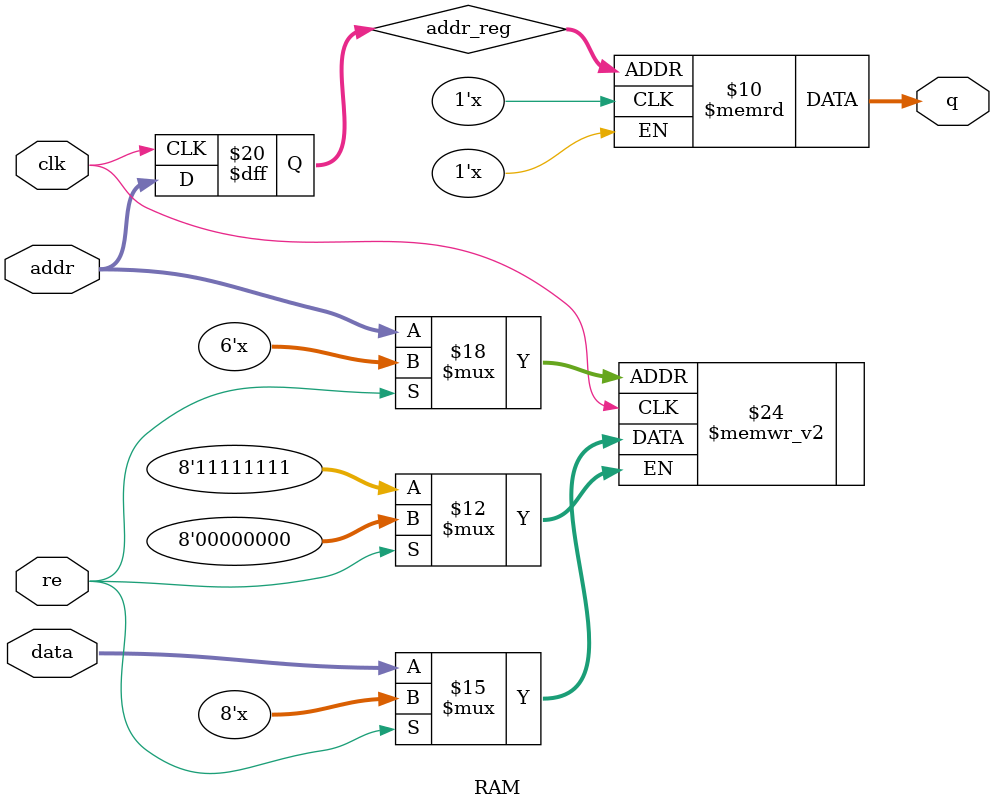
<source format=v>
module BIST #(parameter size = 6, length =8)
             (start,rst,clk,csin,rwbarin,address,datain,dataout,fail);
  input start, rst, clk, csin, rwbarin;
  input [size-1: 0] address;
  input [length-1: 0] datain;
  output [length-1: 0] dataout;
  output fail;
  reg fail;
  reg [9:0] zero;

  wire cout, ld, NbarT, cs, rwbar, gt, eq, lt;
  wire [9:0] q;
  wire [7:0] data_t;
  wire [length-1:0] ramin, ramout, bit_array;
  wire [size-1:0] ramaddr;
  reg [length-1:0] ram_testvalue;
  reg conv_enable;
  integer i, index, power, mult;
  integer faulty_adr, faulty_bit ;
  initial zero = 10'b 0000000000;

  BIST_controller CNTRL (start, rst, clk, cout, NbarT, ld);
  counter CNT (zero, clk, ld, 1'b1, 1'b1, q, cout);
  decoder DEC (q[9:7], data_t);
  muxd MUX_D (datain, data_t, NbarT, ramin);
  muxa MUX_A (address, q[5:0], NbarT, ramaddr);

  assign rwbar = (~NbarT) ? rwbarin : q[6];
  assign cs = (~NbarT) ? csin : 1'b 1;

  RAM MEM (ramin, ramaddr, rwbar, clk, ramout);
  comparator CMP (data_t, ramout, gt, eq, lt);

  always @ (posedge clk) begin
    if (NbarT && rwbar)
      if (~eq) begin
        fail <= 1'b1;
      end else begin
        fail <= 1'b0;
    end
  end

  assign dataout = ramout;

endmodule 

module BIST_controller (input start, rst, clk, cout, output NbarT, ld);

  reg current = rst;

  parameter reset = 1'b0, test = 1'b1;

  always @ (posedge clk) begin
    if (rst)
      current <= rst;
    else
      case(current)
        reset: if (start)
                   current <= test;
               else
                   current <= rst;
         test: if (cout)
                   current <= rst;
               else
                   current <= test;
          default:
               current <= rst;
       endcase
    end


  assign NbarT = (current == test) ? 1'b 1 : 1'b 0;
  assign ld = (current == reset) ? 1'b 1 : 1'b 0;

endmodule

module counter
 #(parameter length = 10) (d_in, clk, ld, u_d, cen, q, cout);

 input [length-1:0] d_in;
 input clk, ld, u_d, cen;
 output [length-1:0] q;
 output cout;

 reg [length:0] cnt_reg;

 always @(posedge clk) begin
  if ( cen ) begin
    if ( ld )
      cnt_reg <= {1'b0, d_in};
    else if ( u_d )
      cnt_reg <= cnt_reg + 1;
    else
      cnt_reg <= cnt_reg - 1;
    end
 end

 assign q = cnt_reg[length-1:0];
 assign cout = cnt_reg[length];

endmodule

module decoder (input [2:0] in, output [7:0] out);
  wire [7:0] out_temp;

  assign out_temp = (in[1:0] == 2'b 11) ? 8'b 01010101 :
                    (in[1:0] == 2'b 10) ? 8'b 00110011 :
                    (in[1:0] == 2'b 01) ? 8'b 00001111 :
                    (in[1:0] == 2'b 00) ? 8'b 00000000 :
                    8'b zzzzzzzz;

  assign out = (in[2] == 1'b 0) ? out_temp : ~ out_temp;

endmodule

module muxa (input [5:0] i0, i1, input s, output [5:0] y );

  assign y = s ? i1 : i0;

endmodule

module muxd (input [7:0] i0, i1, input s, output [7:0]y );

  assign y = s ? i1 : i0;

endmodule


module comparator (input [7:0] a, b, output a_gt_b, a_eq_b, a_lt_b);

reg a_gt_b;
reg a_eq_b;
reg a_lt_b;

always @ ( a, b ) begin

if ( a < b ) begin
 a_gt_b = 0;
 a_eq_b = 0;
 a_lt_b = 1;
end

if ( a > b ) begin
 a_gt_b = 1;
 a_eq_b = 0;
 a_lt_b = 0;
end

else begin
 a_eq_b = 1;
 a_lt_b = 0;
 a_gt_b = 0;
 end

 end
endmodule 

module RAM (input [7:0] data, input [5:0] addr, input re, clk, output [7:0] q );


        reg [7:0] ram[63:0];


        reg [5:0] addr_reg;

        always @ (posedge clk)
        begin

                if (~re)
                        ram[addr] <= data;

                addr_reg <= addr;

        end


        assign q = ram[addr_reg];

endmodule

</source>
